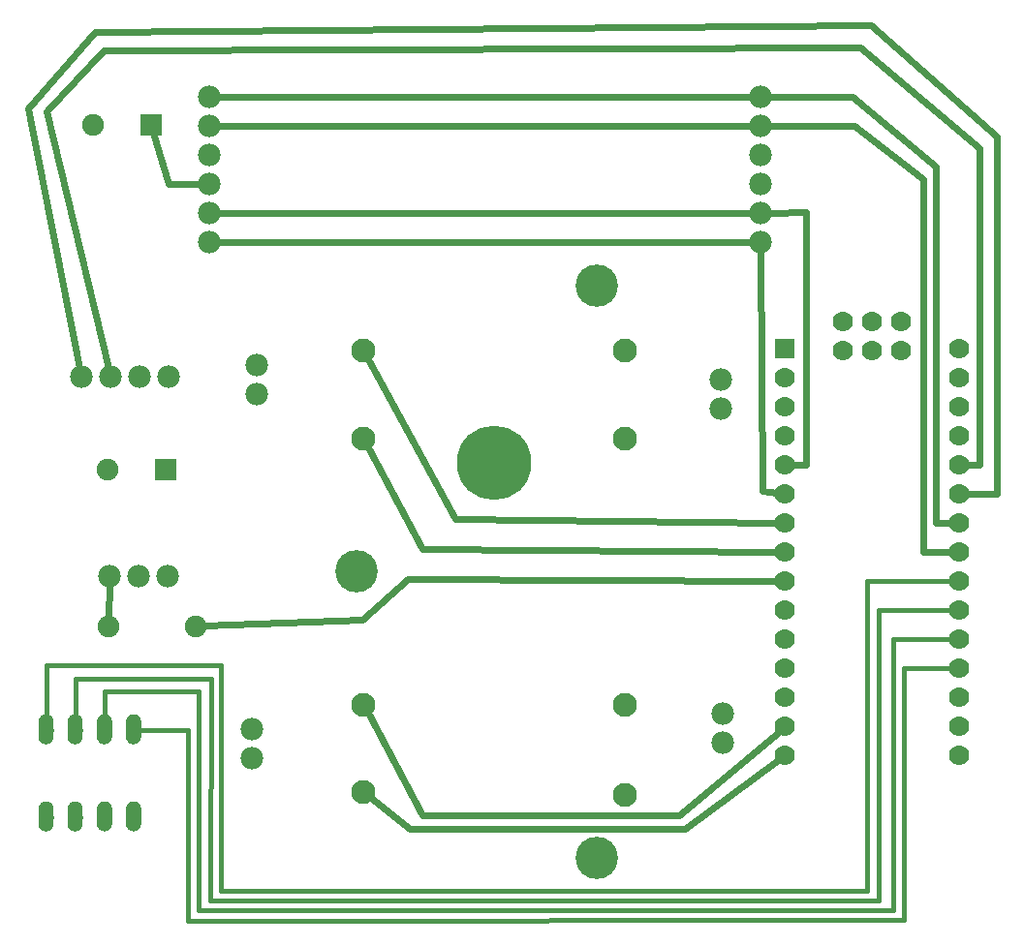
<source format=gtl>
G04 MADE WITH FRITZING*
G04 WWW.FRITZING.ORG*
G04 DOUBLE SIDED*
G04 HOLES PLATED*
G04 CONTOUR ON CENTER OF CONTOUR VECTOR*
%ASAXBY*%
%FSLAX23Y23*%
%MOIN*%
%OFA0B0*%
%SFA1.0B1.0*%
%ADD10C,0.052000*%
%ADD11C,0.075000*%
%ADD12C,0.082677*%
%ADD13C,0.255905*%
%ADD14C,0.145669*%
%ADD15C,0.070000*%
%ADD16C,0.078000*%
%ADD17R,0.069958X0.070000*%
%ADD18R,0.075000X0.075000*%
%ADD19C,0.024000*%
%ADD20C,0.016000*%
%ADD21R,0.001000X0.001000*%
%LNCOPPER1*%
G90*
G70*
G54D10*
X431Y415D03*
X531Y415D03*
X531Y715D03*
X431Y715D03*
X431Y415D03*
X531Y415D03*
X531Y715D03*
X431Y715D03*
X230Y415D03*
X330Y415D03*
X330Y715D03*
X230Y715D03*
X230Y415D03*
X330Y415D03*
X330Y715D03*
X230Y715D03*
G54D11*
X744Y1072D03*
X444Y1072D03*
G54D12*
X1322Y2020D03*
X1322Y1717D03*
X2222Y1717D03*
X2222Y2020D03*
X2222Y491D03*
X2222Y802D03*
X1322Y802D03*
X1322Y499D03*
G54D13*
X1772Y1633D03*
G54D14*
X2126Y2244D03*
X1299Y1259D03*
X2126Y275D03*
G54D12*
X1322Y2020D03*
X1322Y1717D03*
X2222Y1717D03*
X2222Y2020D03*
X2222Y491D03*
X2222Y802D03*
X1322Y802D03*
X1322Y499D03*
G54D13*
X1772Y1633D03*
G54D14*
X2126Y2244D03*
X1299Y1259D03*
X2126Y275D03*
G54D15*
X2772Y2027D03*
X2772Y1927D03*
X2772Y1827D03*
X2772Y1727D03*
X2772Y1627D03*
X2772Y1527D03*
X2772Y1427D03*
X2772Y1327D03*
X2772Y1227D03*
X2772Y1127D03*
X2772Y1027D03*
X2772Y927D03*
X2772Y827D03*
X2772Y727D03*
X2772Y627D03*
X3372Y2027D03*
X3372Y1927D03*
X3372Y1827D03*
X3372Y1727D03*
X3372Y1627D03*
X3372Y1527D03*
X3372Y1427D03*
X3372Y1327D03*
X3372Y1227D03*
X3372Y1127D03*
X3372Y1027D03*
X3372Y927D03*
X3372Y827D03*
X3372Y727D03*
X3372Y627D03*
X2972Y2122D03*
X2972Y2022D03*
X3072Y2122D03*
X3072Y2022D03*
X3172Y2122D03*
X3172Y2022D03*
G54D16*
X791Y2895D03*
X791Y2795D03*
X791Y2695D03*
X791Y2595D03*
X791Y2495D03*
X791Y2395D03*
X2689Y2895D03*
X2689Y2795D03*
X2689Y2695D03*
X2689Y2595D03*
X2689Y2495D03*
X2689Y2395D03*
X939Y617D03*
X939Y717D03*
X2559Y771D03*
X2559Y671D03*
X2552Y1919D03*
X2552Y1819D03*
X956Y1870D03*
X956Y1970D03*
X351Y1931D03*
X451Y1931D03*
X551Y1931D03*
X651Y1931D03*
X449Y1245D03*
X549Y1245D03*
X649Y1245D03*
G54D11*
X640Y1610D03*
X440Y1610D03*
X590Y2796D03*
X390Y2796D03*
G54D17*
X2772Y2027D03*
G54D18*
X640Y1610D03*
X590Y2796D03*
G54D19*
X652Y2593D02*
X598Y2769D01*
D02*
X761Y2595D02*
X652Y2593D01*
D02*
X3292Y1427D02*
X3292Y2655D01*
D02*
X3010Y2795D02*
X3247Y2609D01*
D02*
X3292Y2655D02*
X3005Y2895D01*
D02*
X3343Y1427D02*
X3292Y1427D01*
D02*
X3005Y2895D02*
X2719Y2895D01*
D02*
X3247Y1327D02*
X3343Y1327D01*
D02*
X3247Y2609D02*
X3247Y1327D01*
D02*
X2719Y2795D02*
X3010Y2795D01*
D02*
X2846Y2496D02*
X2719Y2495D01*
D02*
X2846Y1627D02*
X2846Y2495D01*
D02*
X2801Y1627D02*
X2846Y1627D01*
D02*
X448Y1215D02*
X445Y1101D01*
D02*
X2693Y1536D02*
X2743Y1530D01*
D02*
X2689Y2365D02*
X2693Y1536D01*
D02*
X3442Y1627D02*
X3442Y2716D01*
D02*
X3401Y1627D02*
X3442Y1627D01*
D02*
X3030Y3064D02*
X429Y3053D01*
D02*
X3500Y1527D02*
X3500Y2758D01*
D02*
X3500Y2758D02*
X3068Y3139D01*
D02*
X3442Y2716D02*
X3030Y3064D01*
D02*
X3068Y3139D02*
X399Y3118D01*
D02*
X429Y3053D02*
X232Y2844D01*
D02*
X399Y3118D02*
X167Y2855D01*
D02*
X3401Y1527D02*
X3500Y1527D01*
D02*
X2658Y2795D02*
X821Y2795D01*
D02*
X2658Y2895D02*
X821Y2895D01*
D02*
X821Y2395D02*
X2658Y2395D01*
D02*
X2658Y2495D02*
X821Y2495D01*
D02*
X1523Y421D02*
X2408Y421D01*
D02*
X2408Y421D02*
X2750Y708D01*
D02*
X1337Y773D02*
X1523Y421D01*
D02*
X1482Y375D02*
X2427Y375D01*
D02*
X2427Y375D02*
X2748Y610D01*
D02*
X1348Y479D02*
X1482Y375D01*
D02*
X1318Y1093D02*
X1474Y1234D01*
D02*
X1474Y1234D02*
X2743Y1227D01*
D02*
X773Y1073D02*
X1318Y1093D01*
G54D20*
D02*
X230Y937D02*
X832Y937D01*
D02*
X832Y937D02*
X832Y162D01*
D02*
X230Y737D02*
X230Y937D01*
D02*
X3054Y1227D02*
X3348Y1227D01*
D02*
X3054Y162D02*
X3054Y1227D01*
D02*
X798Y892D02*
X794Y128D01*
D02*
X330Y892D02*
X798Y892D01*
D02*
X794Y128D02*
X3095Y128D01*
D02*
X756Y94D02*
X3144Y94D01*
D02*
X832Y162D02*
X3054Y162D01*
D02*
X330Y737D02*
X330Y892D01*
D02*
X3095Y128D02*
X3095Y1127D01*
D02*
X3095Y1127D02*
X3348Y1127D01*
D02*
X616Y713D02*
X718Y715D01*
D02*
X718Y715D02*
X718Y56D01*
D02*
X756Y846D02*
X756Y94D01*
D02*
X431Y846D02*
X756Y846D01*
D02*
X431Y737D02*
X431Y846D01*
D02*
X3144Y1027D02*
X3348Y1027D01*
D02*
X3144Y94D02*
X3144Y1027D01*
D02*
X718Y56D02*
X3181Y60D01*
D02*
X553Y715D02*
X616Y713D01*
G54D19*
D02*
X232Y2844D02*
X444Y1960D01*
D02*
X167Y2855D02*
X345Y1960D01*
G54D20*
D02*
X3181Y927D02*
X3348Y927D01*
D02*
X3181Y60D02*
X3181Y927D01*
G54D19*
D02*
X1637Y1439D02*
X2743Y1427D01*
D02*
X1338Y1991D02*
X1637Y1439D01*
D02*
X1523Y1336D02*
X2743Y1327D01*
D02*
X1337Y1688D02*
X1523Y1336D01*
G54D21*
X225Y768D02*
X234Y768D01*
X325Y768D02*
X334Y768D01*
X426Y768D02*
X435Y768D01*
X526Y768D02*
X535Y768D01*
X221Y767D02*
X237Y767D01*
X321Y767D02*
X337Y767D01*
X422Y767D02*
X439Y767D01*
X522Y767D02*
X539Y767D01*
X219Y766D02*
X240Y766D01*
X319Y766D02*
X340Y766D01*
X420Y766D02*
X441Y766D01*
X520Y766D02*
X541Y766D01*
X217Y765D02*
X241Y765D01*
X317Y765D02*
X341Y765D01*
X418Y765D02*
X443Y765D01*
X518Y765D02*
X543Y765D01*
X215Y764D02*
X243Y764D01*
X315Y764D02*
X343Y764D01*
X416Y764D02*
X445Y764D01*
X516Y764D02*
X545Y764D01*
X214Y763D02*
X244Y763D01*
X314Y763D02*
X344Y763D01*
X415Y763D02*
X446Y763D01*
X515Y763D02*
X546Y763D01*
X213Y762D02*
X246Y762D01*
X313Y762D02*
X346Y762D01*
X414Y762D02*
X447Y762D01*
X514Y762D02*
X547Y762D01*
X211Y761D02*
X247Y761D01*
X311Y761D02*
X347Y761D01*
X413Y761D02*
X448Y761D01*
X513Y761D02*
X548Y761D01*
X211Y760D02*
X248Y760D01*
X311Y760D02*
X348Y760D01*
X412Y760D02*
X449Y760D01*
X512Y760D02*
X549Y760D01*
X210Y759D02*
X249Y759D01*
X310Y759D02*
X349Y759D01*
X411Y759D02*
X450Y759D01*
X511Y759D02*
X550Y759D01*
X209Y758D02*
X249Y758D01*
X309Y758D02*
X349Y758D01*
X410Y758D02*
X451Y758D01*
X510Y758D02*
X551Y758D01*
X208Y757D02*
X250Y757D01*
X308Y757D02*
X350Y757D01*
X409Y757D02*
X451Y757D01*
X509Y757D02*
X551Y757D01*
X208Y756D02*
X251Y756D01*
X308Y756D02*
X351Y756D01*
X409Y756D02*
X452Y756D01*
X509Y756D02*
X552Y756D01*
X207Y755D02*
X251Y755D01*
X307Y755D02*
X351Y755D01*
X408Y755D02*
X453Y755D01*
X508Y755D02*
X553Y755D01*
X206Y754D02*
X252Y754D01*
X306Y754D02*
X352Y754D01*
X408Y754D02*
X453Y754D01*
X508Y754D02*
X553Y754D01*
X206Y753D02*
X252Y753D01*
X306Y753D02*
X352Y753D01*
X407Y753D02*
X454Y753D01*
X507Y753D02*
X554Y753D01*
X205Y752D02*
X253Y752D01*
X305Y752D02*
X353Y752D01*
X407Y752D02*
X454Y752D01*
X507Y752D02*
X554Y752D01*
X205Y751D02*
X253Y751D01*
X305Y751D02*
X353Y751D01*
X406Y751D02*
X454Y751D01*
X506Y751D02*
X554Y751D01*
X205Y750D02*
X254Y750D01*
X305Y750D02*
X354Y750D01*
X406Y750D02*
X455Y750D01*
X506Y750D02*
X555Y750D01*
X204Y749D02*
X254Y749D01*
X304Y749D02*
X354Y749D01*
X406Y749D02*
X455Y749D01*
X506Y749D02*
X555Y749D01*
X204Y748D02*
X254Y748D01*
X304Y748D02*
X354Y748D01*
X406Y748D02*
X455Y748D01*
X506Y748D02*
X555Y748D01*
X204Y747D02*
X254Y747D01*
X304Y747D02*
X354Y747D01*
X405Y747D02*
X456Y747D01*
X505Y747D02*
X556Y747D01*
X204Y746D02*
X254Y746D01*
X304Y746D02*
X354Y746D01*
X405Y746D02*
X456Y746D01*
X505Y746D02*
X556Y746D01*
X204Y745D02*
X255Y745D01*
X304Y745D02*
X355Y745D01*
X405Y745D02*
X456Y745D01*
X505Y745D02*
X556Y745D01*
X204Y744D02*
X255Y744D01*
X304Y744D02*
X355Y744D01*
X405Y744D02*
X456Y744D01*
X505Y744D02*
X556Y744D01*
X204Y743D02*
X255Y743D01*
X304Y743D02*
X355Y743D01*
X405Y743D02*
X456Y743D01*
X505Y743D02*
X556Y743D01*
X204Y742D02*
X255Y742D01*
X304Y742D02*
X355Y742D01*
X405Y742D02*
X456Y742D01*
X505Y742D02*
X556Y742D01*
X204Y741D02*
X255Y741D01*
X304Y741D02*
X355Y741D01*
X405Y741D02*
X456Y741D01*
X505Y741D02*
X556Y741D01*
X204Y740D02*
X255Y740D01*
X304Y740D02*
X355Y740D01*
X405Y740D02*
X456Y740D01*
X505Y740D02*
X556Y740D01*
X204Y739D02*
X255Y739D01*
X304Y739D02*
X355Y739D01*
X405Y739D02*
X456Y739D01*
X505Y739D02*
X556Y739D01*
X204Y738D02*
X255Y738D01*
X304Y738D02*
X355Y738D01*
X405Y738D02*
X456Y738D01*
X505Y738D02*
X556Y738D01*
X204Y737D02*
X255Y737D01*
X304Y737D02*
X355Y737D01*
X405Y737D02*
X456Y737D01*
X505Y737D02*
X556Y737D01*
X204Y736D02*
X255Y736D01*
X304Y736D02*
X355Y736D01*
X405Y736D02*
X456Y736D01*
X505Y736D02*
X556Y736D01*
X204Y735D02*
X255Y735D01*
X304Y735D02*
X355Y735D01*
X405Y735D02*
X456Y735D01*
X505Y735D02*
X556Y735D01*
X204Y734D02*
X255Y734D01*
X304Y734D02*
X355Y734D01*
X405Y734D02*
X456Y734D01*
X505Y734D02*
X556Y734D01*
X204Y733D02*
X255Y733D01*
X304Y733D02*
X355Y733D01*
X405Y733D02*
X456Y733D01*
X505Y733D02*
X556Y733D01*
X204Y732D02*
X225Y732D01*
X233Y732D02*
X255Y732D01*
X304Y732D02*
X325Y732D01*
X333Y732D02*
X355Y732D01*
X405Y732D02*
X426Y732D01*
X435Y732D02*
X456Y732D01*
X505Y732D02*
X526Y732D01*
X535Y732D02*
X556Y732D01*
X204Y731D02*
X222Y731D01*
X236Y731D02*
X255Y731D01*
X304Y731D02*
X322Y731D01*
X336Y731D02*
X355Y731D01*
X405Y731D02*
X423Y731D01*
X438Y731D02*
X456Y731D01*
X505Y731D02*
X523Y731D01*
X538Y731D02*
X556Y731D01*
X204Y730D02*
X220Y730D01*
X238Y730D02*
X255Y730D01*
X304Y730D02*
X320Y730D01*
X338Y730D02*
X355Y730D01*
X405Y730D02*
X421Y730D01*
X439Y730D02*
X456Y730D01*
X505Y730D02*
X521Y730D01*
X539Y730D02*
X556Y730D01*
X204Y729D02*
X219Y729D01*
X240Y729D02*
X255Y729D01*
X304Y729D02*
X319Y729D01*
X340Y729D02*
X355Y729D01*
X405Y729D02*
X420Y729D01*
X441Y729D02*
X456Y729D01*
X505Y729D02*
X520Y729D01*
X541Y729D02*
X556Y729D01*
X204Y728D02*
X218Y728D01*
X241Y728D02*
X255Y728D01*
X304Y728D02*
X318Y728D01*
X341Y728D02*
X355Y728D01*
X405Y728D02*
X419Y728D01*
X442Y728D02*
X456Y728D01*
X505Y728D02*
X519Y728D01*
X542Y728D02*
X556Y728D01*
X204Y727D02*
X217Y727D01*
X242Y727D02*
X255Y727D01*
X304Y727D02*
X317Y727D01*
X342Y727D02*
X355Y727D01*
X405Y727D02*
X418Y727D01*
X443Y727D02*
X456Y727D01*
X505Y727D02*
X518Y727D01*
X543Y727D02*
X556Y727D01*
X204Y726D02*
X216Y726D01*
X242Y726D02*
X255Y726D01*
X304Y726D02*
X316Y726D01*
X342Y726D02*
X355Y726D01*
X405Y726D02*
X417Y726D01*
X444Y726D02*
X456Y726D01*
X505Y726D02*
X517Y726D01*
X544Y726D02*
X556Y726D01*
X204Y725D02*
X215Y725D01*
X243Y725D02*
X255Y725D01*
X304Y725D02*
X315Y725D01*
X343Y725D02*
X355Y725D01*
X405Y725D02*
X416Y725D01*
X444Y725D02*
X456Y725D01*
X505Y725D02*
X516Y725D01*
X544Y725D02*
X556Y725D01*
X204Y724D02*
X215Y724D01*
X244Y724D02*
X255Y724D01*
X304Y724D02*
X315Y724D01*
X344Y724D02*
X355Y724D01*
X405Y724D02*
X416Y724D01*
X445Y724D02*
X456Y724D01*
X505Y724D02*
X516Y724D01*
X545Y724D02*
X556Y724D01*
X204Y723D02*
X214Y723D01*
X244Y723D02*
X255Y723D01*
X304Y723D02*
X314Y723D01*
X344Y723D02*
X355Y723D01*
X405Y723D02*
X415Y723D01*
X446Y723D02*
X456Y723D01*
X505Y723D02*
X515Y723D01*
X546Y723D02*
X556Y723D01*
X204Y722D02*
X214Y722D01*
X245Y722D02*
X255Y722D01*
X304Y722D02*
X314Y722D01*
X345Y722D02*
X355Y722D01*
X405Y722D02*
X415Y722D01*
X446Y722D02*
X456Y722D01*
X505Y722D02*
X515Y722D01*
X546Y722D02*
X556Y722D01*
X204Y721D02*
X213Y721D01*
X245Y721D02*
X255Y721D01*
X304Y721D02*
X313Y721D01*
X345Y721D02*
X355Y721D01*
X405Y721D02*
X415Y721D01*
X446Y721D02*
X456Y721D01*
X505Y721D02*
X515Y721D01*
X546Y721D02*
X556Y721D01*
X204Y720D02*
X213Y720D01*
X245Y720D02*
X255Y720D01*
X304Y720D02*
X313Y720D01*
X345Y720D02*
X355Y720D01*
X405Y720D02*
X414Y720D01*
X447Y720D02*
X456Y720D01*
X505Y720D02*
X514Y720D01*
X547Y720D02*
X556Y720D01*
X204Y719D02*
X213Y719D01*
X245Y719D02*
X255Y719D01*
X304Y719D02*
X313Y719D01*
X345Y719D02*
X355Y719D01*
X405Y719D02*
X414Y719D01*
X447Y719D02*
X456Y719D01*
X505Y719D02*
X514Y719D01*
X547Y719D02*
X556Y719D01*
X204Y718D02*
X213Y718D01*
X245Y718D02*
X255Y718D01*
X304Y718D02*
X313Y718D01*
X345Y718D02*
X355Y718D01*
X405Y718D02*
X414Y718D01*
X447Y718D02*
X456Y718D01*
X505Y718D02*
X514Y718D01*
X547Y718D02*
X556Y718D01*
X204Y717D02*
X213Y717D01*
X246Y717D02*
X255Y717D01*
X304Y717D02*
X313Y717D01*
X346Y717D02*
X355Y717D01*
X405Y717D02*
X414Y717D01*
X447Y717D02*
X456Y717D01*
X505Y717D02*
X514Y717D01*
X547Y717D02*
X556Y717D01*
X204Y716D02*
X213Y716D01*
X246Y716D02*
X255Y716D01*
X304Y716D02*
X313Y716D01*
X346Y716D02*
X355Y716D01*
X405Y716D02*
X414Y716D01*
X447Y716D02*
X456Y716D01*
X505Y716D02*
X514Y716D01*
X547Y716D02*
X556Y716D01*
X204Y715D02*
X213Y715D01*
X245Y715D02*
X255Y715D01*
X304Y715D02*
X313Y715D01*
X345Y715D02*
X355Y715D01*
X405Y715D02*
X414Y715D01*
X447Y715D02*
X456Y715D01*
X505Y715D02*
X514Y715D01*
X547Y715D02*
X556Y715D01*
X204Y714D02*
X213Y714D01*
X245Y714D02*
X255Y714D01*
X304Y714D02*
X313Y714D01*
X345Y714D02*
X355Y714D01*
X405Y714D02*
X414Y714D01*
X447Y714D02*
X456Y714D01*
X505Y714D02*
X514Y714D01*
X547Y714D02*
X556Y714D01*
X204Y713D02*
X213Y713D01*
X245Y713D02*
X255Y713D01*
X304Y713D02*
X313Y713D01*
X345Y713D02*
X355Y713D01*
X405Y713D02*
X414Y713D01*
X447Y713D02*
X456Y713D01*
X505Y713D02*
X514Y713D01*
X547Y713D02*
X556Y713D01*
X204Y712D02*
X213Y712D01*
X245Y712D02*
X255Y712D01*
X304Y712D02*
X313Y712D01*
X345Y712D02*
X355Y712D01*
X405Y712D02*
X415Y712D01*
X446Y712D02*
X456Y712D01*
X505Y712D02*
X515Y712D01*
X546Y712D02*
X556Y712D01*
X204Y711D02*
X214Y711D01*
X245Y711D02*
X255Y711D01*
X304Y711D02*
X314Y711D01*
X345Y711D02*
X355Y711D01*
X405Y711D02*
X415Y711D01*
X446Y711D02*
X456Y711D01*
X505Y711D02*
X515Y711D01*
X546Y711D02*
X556Y711D01*
X204Y710D02*
X214Y710D01*
X244Y710D02*
X255Y710D01*
X304Y710D02*
X314Y710D01*
X344Y710D02*
X355Y710D01*
X405Y710D02*
X415Y710D01*
X446Y710D02*
X456Y710D01*
X505Y710D02*
X515Y710D01*
X546Y710D02*
X556Y710D01*
X204Y709D02*
X215Y709D01*
X244Y709D02*
X255Y709D01*
X304Y709D02*
X315Y709D01*
X344Y709D02*
X355Y709D01*
X405Y709D02*
X416Y709D01*
X445Y709D02*
X456Y709D01*
X505Y709D02*
X516Y709D01*
X545Y709D02*
X556Y709D01*
X204Y708D02*
X215Y708D01*
X243Y708D02*
X255Y708D01*
X304Y708D02*
X315Y708D01*
X343Y708D02*
X355Y708D01*
X405Y708D02*
X416Y708D01*
X444Y708D02*
X456Y708D01*
X505Y708D02*
X516Y708D01*
X544Y708D02*
X556Y708D01*
X204Y707D02*
X216Y707D01*
X242Y707D02*
X255Y707D01*
X304Y707D02*
X316Y707D01*
X342Y707D02*
X355Y707D01*
X405Y707D02*
X417Y707D01*
X444Y707D02*
X456Y707D01*
X505Y707D02*
X517Y707D01*
X544Y707D02*
X556Y707D01*
X204Y706D02*
X217Y706D01*
X242Y706D02*
X255Y706D01*
X304Y706D02*
X317Y706D01*
X342Y706D02*
X355Y706D01*
X405Y706D02*
X418Y706D01*
X443Y706D02*
X456Y706D01*
X505Y706D02*
X518Y706D01*
X543Y706D02*
X556Y706D01*
X204Y705D02*
X218Y705D01*
X241Y705D02*
X255Y705D01*
X304Y705D02*
X318Y705D01*
X341Y705D02*
X355Y705D01*
X405Y705D02*
X419Y705D01*
X442Y705D02*
X456Y705D01*
X505Y705D02*
X519Y705D01*
X542Y705D02*
X556Y705D01*
X204Y704D02*
X219Y704D01*
X239Y704D02*
X255Y704D01*
X304Y704D02*
X319Y704D01*
X339Y704D02*
X355Y704D01*
X405Y704D02*
X420Y704D01*
X441Y704D02*
X456Y704D01*
X505Y704D02*
X520Y704D01*
X541Y704D02*
X556Y704D01*
X204Y703D02*
X220Y703D01*
X238Y703D02*
X255Y703D01*
X304Y703D02*
X320Y703D01*
X338Y703D02*
X355Y703D01*
X405Y703D02*
X421Y703D01*
X439Y703D02*
X456Y703D01*
X505Y703D02*
X521Y703D01*
X539Y703D02*
X556Y703D01*
X204Y702D02*
X222Y702D01*
X236Y702D02*
X255Y702D01*
X304Y702D02*
X322Y702D01*
X336Y702D02*
X355Y702D01*
X405Y702D02*
X423Y702D01*
X438Y702D02*
X456Y702D01*
X505Y702D02*
X523Y702D01*
X538Y702D02*
X556Y702D01*
X204Y701D02*
X225Y701D01*
X233Y701D02*
X255Y701D01*
X304Y701D02*
X325Y701D01*
X333Y701D02*
X355Y701D01*
X405Y701D02*
X426Y701D01*
X435Y701D02*
X456Y701D01*
X505Y701D02*
X526Y701D01*
X535Y701D02*
X556Y701D01*
X204Y700D02*
X255Y700D01*
X304Y700D02*
X355Y700D01*
X405Y700D02*
X456Y700D01*
X505Y700D02*
X556Y700D01*
X204Y699D02*
X255Y699D01*
X304Y699D02*
X355Y699D01*
X405Y699D02*
X456Y699D01*
X505Y699D02*
X556Y699D01*
X204Y698D02*
X255Y698D01*
X304Y698D02*
X355Y698D01*
X405Y698D02*
X456Y698D01*
X505Y698D02*
X556Y698D01*
X204Y697D02*
X255Y697D01*
X304Y697D02*
X355Y697D01*
X405Y697D02*
X456Y697D01*
X505Y697D02*
X556Y697D01*
X204Y696D02*
X255Y696D01*
X304Y696D02*
X355Y696D01*
X405Y696D02*
X456Y696D01*
X505Y696D02*
X556Y696D01*
X204Y695D02*
X255Y695D01*
X304Y695D02*
X355Y695D01*
X405Y695D02*
X456Y695D01*
X505Y695D02*
X556Y695D01*
X204Y694D02*
X255Y694D01*
X304Y694D02*
X355Y694D01*
X405Y694D02*
X456Y694D01*
X505Y694D02*
X556Y694D01*
X204Y693D02*
X255Y693D01*
X304Y693D02*
X355Y693D01*
X405Y693D02*
X456Y693D01*
X505Y693D02*
X556Y693D01*
X204Y692D02*
X255Y692D01*
X304Y692D02*
X355Y692D01*
X405Y692D02*
X456Y692D01*
X505Y692D02*
X556Y692D01*
X204Y691D02*
X255Y691D01*
X304Y691D02*
X355Y691D01*
X405Y691D02*
X456Y691D01*
X505Y691D02*
X556Y691D01*
X204Y690D02*
X255Y690D01*
X304Y690D02*
X355Y690D01*
X405Y690D02*
X456Y690D01*
X505Y690D02*
X556Y690D01*
X204Y689D02*
X255Y689D01*
X304Y689D02*
X355Y689D01*
X405Y689D02*
X456Y689D01*
X505Y689D02*
X556Y689D01*
X204Y688D02*
X255Y688D01*
X304Y688D02*
X355Y688D01*
X405Y688D02*
X456Y688D01*
X505Y688D02*
X556Y688D01*
X204Y687D02*
X254Y687D01*
X304Y687D02*
X354Y687D01*
X405Y687D02*
X456Y687D01*
X505Y687D02*
X556Y687D01*
X204Y686D02*
X254Y686D01*
X304Y686D02*
X354Y686D01*
X405Y686D02*
X456Y686D01*
X505Y686D02*
X556Y686D01*
X204Y685D02*
X254Y685D01*
X304Y685D02*
X354Y685D01*
X406Y685D02*
X455Y685D01*
X506Y685D02*
X555Y685D01*
X204Y684D02*
X254Y684D01*
X304Y684D02*
X354Y684D01*
X406Y684D02*
X455Y684D01*
X506Y684D02*
X555Y684D01*
X205Y683D02*
X254Y683D01*
X305Y683D02*
X354Y683D01*
X406Y683D02*
X455Y683D01*
X506Y683D02*
X555Y683D01*
X205Y682D02*
X253Y682D01*
X305Y682D02*
X353Y682D01*
X406Y682D02*
X454Y682D01*
X506Y682D02*
X554Y682D01*
X205Y681D02*
X253Y681D01*
X305Y681D02*
X353Y681D01*
X407Y681D02*
X454Y681D01*
X507Y681D02*
X554Y681D01*
X206Y680D02*
X252Y680D01*
X306Y680D02*
X352Y680D01*
X407Y680D02*
X454Y680D01*
X507Y680D02*
X554Y680D01*
X206Y679D02*
X252Y679D01*
X306Y679D02*
X352Y679D01*
X408Y679D02*
X453Y679D01*
X508Y679D02*
X553Y679D01*
X207Y678D02*
X251Y678D01*
X307Y678D02*
X351Y678D01*
X408Y678D02*
X453Y678D01*
X508Y678D02*
X553Y678D01*
X208Y677D02*
X251Y677D01*
X308Y677D02*
X351Y677D01*
X409Y677D02*
X452Y677D01*
X509Y677D02*
X552Y677D01*
X208Y676D02*
X250Y676D01*
X308Y676D02*
X350Y676D01*
X409Y676D02*
X451Y676D01*
X509Y676D02*
X551Y676D01*
X209Y675D02*
X249Y675D01*
X309Y675D02*
X349Y675D01*
X410Y675D02*
X451Y675D01*
X510Y675D02*
X551Y675D01*
X210Y674D02*
X249Y674D01*
X310Y674D02*
X349Y674D01*
X411Y674D02*
X450Y674D01*
X511Y674D02*
X550Y674D01*
X211Y673D02*
X248Y673D01*
X311Y673D02*
X348Y673D01*
X412Y673D02*
X449Y673D01*
X512Y673D02*
X549Y673D01*
X211Y672D02*
X247Y672D01*
X311Y672D02*
X347Y672D01*
X413Y672D02*
X448Y672D01*
X513Y672D02*
X548Y672D01*
X213Y671D02*
X246Y671D01*
X313Y671D02*
X346Y671D01*
X414Y671D02*
X447Y671D01*
X514Y671D02*
X547Y671D01*
X214Y670D02*
X244Y670D01*
X314Y670D02*
X344Y670D01*
X415Y670D02*
X446Y670D01*
X515Y670D02*
X546Y670D01*
X215Y669D02*
X243Y669D01*
X315Y669D02*
X343Y669D01*
X416Y669D02*
X444Y669D01*
X516Y669D02*
X544Y669D01*
X217Y668D02*
X241Y668D01*
X317Y668D02*
X341Y668D01*
X418Y668D02*
X443Y668D01*
X518Y668D02*
X543Y668D01*
X219Y667D02*
X240Y667D01*
X319Y667D02*
X340Y667D01*
X420Y667D02*
X441Y667D01*
X520Y667D02*
X541Y667D01*
X221Y666D02*
X237Y666D01*
X321Y666D02*
X337Y666D01*
X422Y666D02*
X438Y666D01*
X522Y666D02*
X538Y666D01*
X225Y665D02*
X233Y665D01*
X325Y665D02*
X333Y665D01*
X426Y665D02*
X435Y665D01*
X526Y665D02*
X535Y665D01*
X224Y468D02*
X234Y468D01*
X324Y468D02*
X334Y468D01*
X426Y468D02*
X435Y468D01*
X526Y468D02*
X535Y468D01*
X221Y467D02*
X237Y467D01*
X321Y467D02*
X337Y467D01*
X422Y467D02*
X439Y467D01*
X522Y467D02*
X539Y467D01*
X219Y466D02*
X240Y466D01*
X319Y466D02*
X340Y466D01*
X420Y466D02*
X441Y466D01*
X520Y466D02*
X541Y466D01*
X217Y465D02*
X242Y465D01*
X317Y465D02*
X342Y465D01*
X418Y465D02*
X443Y465D01*
X518Y465D02*
X543Y465D01*
X215Y464D02*
X243Y464D01*
X315Y464D02*
X343Y464D01*
X416Y464D02*
X445Y464D01*
X516Y464D02*
X545Y464D01*
X214Y463D02*
X245Y463D01*
X314Y463D02*
X345Y463D01*
X415Y463D02*
X446Y463D01*
X515Y463D02*
X546Y463D01*
X213Y462D02*
X246Y462D01*
X312Y462D02*
X346Y462D01*
X414Y462D02*
X447Y462D01*
X514Y462D02*
X547Y462D01*
X211Y461D02*
X247Y461D01*
X311Y461D02*
X347Y461D01*
X413Y461D02*
X448Y461D01*
X513Y461D02*
X548Y461D01*
X210Y460D02*
X248Y460D01*
X310Y460D02*
X348Y460D01*
X412Y460D02*
X449Y460D01*
X512Y460D02*
X549Y460D01*
X210Y459D02*
X249Y459D01*
X310Y459D02*
X349Y459D01*
X411Y459D02*
X450Y459D01*
X511Y459D02*
X550Y459D01*
X209Y458D02*
X249Y458D01*
X309Y458D02*
X349Y458D01*
X410Y458D02*
X451Y458D01*
X510Y458D02*
X551Y458D01*
X208Y457D02*
X250Y457D01*
X308Y457D02*
X350Y457D01*
X409Y457D02*
X452Y457D01*
X509Y457D02*
X552Y457D01*
X207Y456D02*
X251Y456D01*
X307Y456D02*
X351Y456D01*
X409Y456D02*
X452Y456D01*
X509Y456D02*
X552Y456D01*
X207Y455D02*
X251Y455D01*
X307Y455D02*
X351Y455D01*
X408Y455D02*
X453Y455D01*
X508Y455D02*
X553Y455D01*
X206Y454D02*
X252Y454D01*
X306Y454D02*
X352Y454D01*
X408Y454D02*
X453Y454D01*
X508Y454D02*
X553Y454D01*
X206Y453D02*
X252Y453D01*
X306Y453D02*
X352Y453D01*
X407Y453D02*
X454Y453D01*
X507Y453D02*
X554Y453D01*
X205Y452D02*
X253Y452D01*
X305Y452D02*
X353Y452D01*
X407Y452D02*
X454Y452D01*
X507Y452D02*
X554Y452D01*
X205Y451D02*
X253Y451D01*
X305Y451D02*
X353Y451D01*
X406Y451D02*
X455Y451D01*
X506Y451D02*
X555Y451D01*
X205Y450D02*
X254Y450D01*
X305Y450D02*
X354Y450D01*
X406Y450D02*
X455Y450D01*
X506Y450D02*
X555Y450D01*
X204Y449D02*
X254Y449D01*
X304Y449D02*
X354Y449D01*
X406Y449D02*
X455Y449D01*
X506Y449D02*
X555Y449D01*
X204Y448D02*
X254Y448D01*
X304Y448D02*
X354Y448D01*
X406Y448D02*
X455Y448D01*
X506Y448D02*
X555Y448D01*
X204Y447D02*
X254Y447D01*
X304Y447D02*
X354Y447D01*
X405Y447D02*
X456Y447D01*
X505Y447D02*
X556Y447D01*
X204Y446D02*
X254Y446D01*
X304Y446D02*
X354Y446D01*
X405Y446D02*
X456Y446D01*
X505Y446D02*
X556Y446D01*
X204Y445D02*
X255Y445D01*
X304Y445D02*
X355Y445D01*
X405Y445D02*
X456Y445D01*
X505Y445D02*
X556Y445D01*
X204Y444D02*
X255Y444D01*
X304Y444D02*
X355Y444D01*
X405Y444D02*
X456Y444D01*
X505Y444D02*
X556Y444D01*
X204Y443D02*
X255Y443D01*
X304Y443D02*
X355Y443D01*
X405Y443D02*
X456Y443D01*
X505Y443D02*
X556Y443D01*
X204Y442D02*
X255Y442D01*
X304Y442D02*
X355Y442D01*
X405Y442D02*
X456Y442D01*
X505Y442D02*
X556Y442D01*
X204Y441D02*
X255Y441D01*
X304Y441D02*
X355Y441D01*
X405Y441D02*
X456Y441D01*
X505Y441D02*
X556Y441D01*
X204Y440D02*
X255Y440D01*
X304Y440D02*
X355Y440D01*
X405Y440D02*
X456Y440D01*
X505Y440D02*
X556Y440D01*
X204Y439D02*
X255Y439D01*
X304Y439D02*
X355Y439D01*
X405Y439D02*
X456Y439D01*
X505Y439D02*
X556Y439D01*
X204Y438D02*
X255Y438D01*
X304Y438D02*
X355Y438D01*
X405Y438D02*
X456Y438D01*
X505Y438D02*
X556Y438D01*
X204Y437D02*
X255Y437D01*
X304Y437D02*
X355Y437D01*
X405Y437D02*
X456Y437D01*
X505Y437D02*
X556Y437D01*
X204Y436D02*
X255Y436D01*
X304Y436D02*
X355Y436D01*
X405Y436D02*
X456Y436D01*
X505Y436D02*
X556Y436D01*
X204Y435D02*
X255Y435D01*
X304Y435D02*
X355Y435D01*
X405Y435D02*
X456Y435D01*
X505Y435D02*
X556Y435D01*
X204Y434D02*
X255Y434D01*
X304Y434D02*
X355Y434D01*
X405Y434D02*
X456Y434D01*
X505Y434D02*
X556Y434D01*
X204Y433D02*
X255Y433D01*
X304Y433D02*
X355Y433D01*
X405Y433D02*
X456Y433D01*
X505Y433D02*
X556Y433D01*
X204Y432D02*
X225Y432D01*
X234Y432D02*
X255Y432D01*
X304Y432D02*
X325Y432D01*
X334Y432D02*
X355Y432D01*
X405Y432D02*
X426Y432D01*
X435Y432D02*
X456Y432D01*
X505Y432D02*
X526Y432D01*
X535Y432D02*
X556Y432D01*
X204Y431D02*
X222Y431D01*
X236Y431D02*
X255Y431D01*
X304Y431D02*
X322Y431D01*
X336Y431D02*
X355Y431D01*
X405Y431D02*
X423Y431D01*
X438Y431D02*
X456Y431D01*
X505Y431D02*
X523Y431D01*
X538Y431D02*
X556Y431D01*
X204Y430D02*
X220Y430D01*
X238Y430D02*
X255Y430D01*
X304Y430D02*
X320Y430D01*
X338Y430D02*
X355Y430D01*
X405Y430D02*
X421Y430D01*
X440Y430D02*
X456Y430D01*
X505Y430D02*
X521Y430D01*
X540Y430D02*
X556Y430D01*
X204Y429D02*
X219Y429D01*
X240Y429D02*
X255Y429D01*
X304Y429D02*
X319Y429D01*
X340Y429D02*
X355Y429D01*
X405Y429D02*
X420Y429D01*
X441Y429D02*
X456Y429D01*
X505Y429D02*
X520Y429D01*
X541Y429D02*
X556Y429D01*
X204Y428D02*
X217Y428D01*
X241Y428D02*
X255Y428D01*
X304Y428D02*
X317Y428D01*
X341Y428D02*
X355Y428D01*
X405Y428D02*
X419Y428D01*
X442Y428D02*
X456Y428D01*
X505Y428D02*
X519Y428D01*
X542Y428D02*
X556Y428D01*
X204Y427D02*
X217Y427D01*
X242Y427D02*
X255Y427D01*
X304Y427D02*
X317Y427D01*
X342Y427D02*
X355Y427D01*
X405Y427D02*
X418Y427D01*
X443Y427D02*
X456Y427D01*
X505Y427D02*
X518Y427D01*
X543Y427D02*
X556Y427D01*
X204Y426D02*
X216Y426D01*
X243Y426D02*
X255Y426D01*
X304Y426D02*
X316Y426D01*
X343Y426D02*
X355Y426D01*
X405Y426D02*
X417Y426D01*
X444Y426D02*
X456Y426D01*
X505Y426D02*
X517Y426D01*
X544Y426D02*
X556Y426D01*
X204Y425D02*
X215Y425D01*
X243Y425D02*
X255Y425D01*
X304Y425D02*
X315Y425D01*
X343Y425D02*
X355Y425D01*
X405Y425D02*
X416Y425D01*
X444Y425D02*
X456Y425D01*
X505Y425D02*
X516Y425D01*
X544Y425D02*
X556Y425D01*
X204Y424D02*
X215Y424D01*
X244Y424D02*
X255Y424D01*
X304Y424D02*
X315Y424D01*
X344Y424D02*
X355Y424D01*
X405Y424D02*
X416Y424D01*
X445Y424D02*
X456Y424D01*
X505Y424D02*
X516Y424D01*
X545Y424D02*
X556Y424D01*
X204Y423D02*
X214Y423D01*
X244Y423D02*
X255Y423D01*
X304Y423D02*
X314Y423D01*
X344Y423D02*
X355Y423D01*
X405Y423D02*
X415Y423D01*
X446Y423D02*
X456Y423D01*
X505Y423D02*
X515Y423D01*
X546Y423D02*
X556Y423D01*
X204Y422D02*
X214Y422D01*
X245Y422D02*
X255Y422D01*
X304Y422D02*
X314Y422D01*
X345Y422D02*
X355Y422D01*
X405Y422D02*
X415Y422D01*
X446Y422D02*
X456Y422D01*
X505Y422D02*
X515Y422D01*
X546Y422D02*
X556Y422D01*
X204Y421D02*
X213Y421D01*
X245Y421D02*
X255Y421D01*
X304Y421D02*
X313Y421D01*
X345Y421D02*
X355Y421D01*
X405Y421D02*
X415Y421D01*
X446Y421D02*
X456Y421D01*
X505Y421D02*
X515Y421D01*
X546Y421D02*
X556Y421D01*
X204Y420D02*
X213Y420D01*
X245Y420D02*
X255Y420D01*
X304Y420D02*
X313Y420D01*
X345Y420D02*
X355Y420D01*
X405Y420D02*
X414Y420D01*
X447Y420D02*
X456Y420D01*
X505Y420D02*
X514Y420D01*
X547Y420D02*
X556Y420D01*
X204Y419D02*
X213Y419D01*
X245Y419D02*
X255Y419D01*
X304Y419D02*
X313Y419D01*
X345Y419D02*
X355Y419D01*
X405Y419D02*
X414Y419D01*
X447Y419D02*
X456Y419D01*
X505Y419D02*
X514Y419D01*
X547Y419D02*
X556Y419D01*
X204Y418D02*
X213Y418D01*
X245Y418D02*
X255Y418D01*
X304Y418D02*
X313Y418D01*
X345Y418D02*
X355Y418D01*
X405Y418D02*
X414Y418D01*
X447Y418D02*
X456Y418D01*
X505Y418D02*
X514Y418D01*
X547Y418D02*
X556Y418D01*
X204Y417D02*
X213Y417D01*
X246Y417D02*
X255Y417D01*
X304Y417D02*
X313Y417D01*
X346Y417D02*
X355Y417D01*
X405Y417D02*
X414Y417D01*
X447Y417D02*
X456Y417D01*
X505Y417D02*
X514Y417D01*
X547Y417D02*
X556Y417D01*
X204Y416D02*
X213Y416D01*
X246Y416D02*
X255Y416D01*
X304Y416D02*
X313Y416D01*
X346Y416D02*
X355Y416D01*
X405Y416D02*
X414Y416D01*
X447Y416D02*
X456Y416D01*
X505Y416D02*
X514Y416D01*
X547Y416D02*
X556Y416D01*
X204Y415D02*
X213Y415D01*
X245Y415D02*
X255Y415D01*
X304Y415D02*
X313Y415D01*
X345Y415D02*
X355Y415D01*
X405Y415D02*
X414Y415D01*
X447Y415D02*
X456Y415D01*
X505Y415D02*
X514Y415D01*
X547Y415D02*
X556Y415D01*
X204Y414D02*
X213Y414D01*
X245Y414D02*
X255Y414D01*
X304Y414D02*
X313Y414D01*
X345Y414D02*
X355Y414D01*
X405Y414D02*
X414Y414D01*
X447Y414D02*
X456Y414D01*
X505Y414D02*
X514Y414D01*
X547Y414D02*
X556Y414D01*
X204Y413D02*
X213Y413D01*
X245Y413D02*
X255Y413D01*
X304Y413D02*
X313Y413D01*
X345Y413D02*
X355Y413D01*
X405Y413D02*
X414Y413D01*
X446Y413D02*
X456Y413D01*
X505Y413D02*
X514Y413D01*
X546Y413D02*
X556Y413D01*
X204Y412D02*
X213Y412D01*
X245Y412D02*
X255Y412D01*
X304Y412D02*
X313Y412D01*
X345Y412D02*
X355Y412D01*
X405Y412D02*
X415Y412D01*
X446Y412D02*
X456Y412D01*
X505Y412D02*
X515Y412D01*
X546Y412D02*
X556Y412D01*
X204Y411D02*
X214Y411D01*
X245Y411D02*
X255Y411D01*
X304Y411D02*
X314Y411D01*
X345Y411D02*
X355Y411D01*
X405Y411D02*
X415Y411D01*
X446Y411D02*
X456Y411D01*
X505Y411D02*
X515Y411D01*
X546Y411D02*
X556Y411D01*
X204Y410D02*
X214Y410D01*
X244Y410D02*
X255Y410D01*
X304Y410D02*
X314Y410D01*
X344Y410D02*
X355Y410D01*
X405Y410D02*
X415Y410D01*
X445Y410D02*
X456Y410D01*
X505Y410D02*
X515Y410D01*
X545Y410D02*
X556Y410D01*
X204Y409D02*
X215Y409D01*
X244Y409D02*
X255Y409D01*
X304Y409D02*
X315Y409D01*
X344Y409D02*
X355Y409D01*
X405Y409D02*
X416Y409D01*
X445Y409D02*
X456Y409D01*
X505Y409D02*
X516Y409D01*
X545Y409D02*
X556Y409D01*
X204Y408D02*
X215Y408D01*
X243Y408D02*
X255Y408D01*
X304Y408D02*
X315Y408D01*
X343Y408D02*
X355Y408D01*
X405Y408D02*
X416Y408D01*
X444Y408D02*
X456Y408D01*
X505Y408D02*
X516Y408D01*
X544Y408D02*
X556Y408D01*
X204Y407D02*
X216Y407D01*
X242Y407D02*
X255Y407D01*
X304Y407D02*
X316Y407D01*
X342Y407D02*
X355Y407D01*
X405Y407D02*
X417Y407D01*
X444Y407D02*
X456Y407D01*
X505Y407D02*
X517Y407D01*
X544Y407D02*
X556Y407D01*
X204Y406D02*
X217Y406D01*
X242Y406D02*
X255Y406D01*
X304Y406D02*
X317Y406D01*
X342Y406D02*
X355Y406D01*
X405Y406D02*
X418Y406D01*
X443Y406D02*
X456Y406D01*
X505Y406D02*
X518Y406D01*
X543Y406D02*
X556Y406D01*
X204Y405D02*
X218Y405D01*
X241Y405D02*
X255Y405D01*
X304Y405D02*
X318Y405D01*
X341Y405D02*
X355Y405D01*
X405Y405D02*
X419Y405D01*
X442Y405D02*
X456Y405D01*
X505Y405D02*
X519Y405D01*
X542Y405D02*
X556Y405D01*
X204Y404D02*
X219Y404D01*
X239Y404D02*
X255Y404D01*
X304Y404D02*
X319Y404D01*
X339Y404D02*
X355Y404D01*
X405Y404D02*
X420Y404D01*
X441Y404D02*
X456Y404D01*
X505Y404D02*
X520Y404D01*
X541Y404D02*
X556Y404D01*
X204Y403D02*
X220Y403D01*
X238Y403D02*
X255Y403D01*
X304Y403D02*
X320Y403D01*
X338Y403D02*
X355Y403D01*
X405Y403D02*
X422Y403D01*
X439Y403D02*
X456Y403D01*
X505Y403D02*
X522Y403D01*
X539Y403D02*
X556Y403D01*
X204Y402D02*
X222Y402D01*
X236Y402D02*
X255Y402D01*
X304Y402D02*
X322Y402D01*
X336Y402D02*
X355Y402D01*
X405Y402D02*
X423Y402D01*
X437Y402D02*
X456Y402D01*
X505Y402D02*
X523Y402D01*
X537Y402D02*
X556Y402D01*
X204Y401D02*
X225Y401D01*
X233Y401D02*
X255Y401D01*
X304Y401D02*
X325Y401D01*
X333Y401D02*
X355Y401D01*
X405Y401D02*
X427Y401D01*
X434Y401D02*
X456Y401D01*
X505Y401D02*
X526Y401D01*
X534Y401D02*
X556Y401D01*
X204Y400D02*
X255Y400D01*
X304Y400D02*
X355Y400D01*
X405Y400D02*
X456Y400D01*
X505Y400D02*
X556Y400D01*
X204Y399D02*
X255Y399D01*
X304Y399D02*
X355Y399D01*
X405Y399D02*
X456Y399D01*
X505Y399D02*
X556Y399D01*
X204Y398D02*
X255Y398D01*
X304Y398D02*
X355Y398D01*
X405Y398D02*
X456Y398D01*
X505Y398D02*
X556Y398D01*
X204Y397D02*
X255Y397D01*
X304Y397D02*
X355Y397D01*
X405Y397D02*
X456Y397D01*
X505Y397D02*
X556Y397D01*
X204Y396D02*
X255Y396D01*
X304Y396D02*
X355Y396D01*
X405Y396D02*
X456Y396D01*
X505Y396D02*
X556Y396D01*
X204Y395D02*
X255Y395D01*
X304Y395D02*
X355Y395D01*
X405Y395D02*
X456Y395D01*
X505Y395D02*
X556Y395D01*
X204Y394D02*
X255Y394D01*
X304Y394D02*
X355Y394D01*
X405Y394D02*
X456Y394D01*
X505Y394D02*
X556Y394D01*
X204Y393D02*
X255Y393D01*
X304Y393D02*
X355Y393D01*
X405Y393D02*
X456Y393D01*
X505Y393D02*
X556Y393D01*
X204Y392D02*
X255Y392D01*
X304Y392D02*
X355Y392D01*
X405Y392D02*
X456Y392D01*
X505Y392D02*
X556Y392D01*
X204Y391D02*
X255Y391D01*
X304Y391D02*
X355Y391D01*
X405Y391D02*
X456Y391D01*
X505Y391D02*
X556Y391D01*
X204Y390D02*
X255Y390D01*
X304Y390D02*
X355Y390D01*
X405Y390D02*
X456Y390D01*
X505Y390D02*
X556Y390D01*
X204Y389D02*
X255Y389D01*
X304Y389D02*
X355Y389D01*
X405Y389D02*
X456Y389D01*
X505Y389D02*
X556Y389D01*
X204Y388D02*
X255Y388D01*
X304Y388D02*
X354Y388D01*
X405Y388D02*
X456Y388D01*
X505Y388D02*
X556Y388D01*
X204Y387D02*
X254Y387D01*
X304Y387D02*
X354Y387D01*
X405Y387D02*
X456Y387D01*
X505Y387D02*
X556Y387D01*
X204Y386D02*
X254Y386D01*
X304Y386D02*
X354Y386D01*
X405Y386D02*
X456Y386D01*
X505Y386D02*
X556Y386D01*
X204Y385D02*
X254Y385D01*
X304Y385D02*
X354Y385D01*
X406Y385D02*
X455Y385D01*
X506Y385D02*
X555Y385D01*
X205Y384D02*
X254Y384D01*
X305Y384D02*
X354Y384D01*
X406Y384D02*
X455Y384D01*
X506Y384D02*
X555Y384D01*
X205Y383D02*
X254Y383D01*
X305Y383D02*
X354Y383D01*
X406Y383D02*
X455Y383D01*
X506Y383D02*
X555Y383D01*
X205Y382D02*
X253Y382D01*
X305Y382D02*
X353Y382D01*
X406Y382D02*
X454Y382D01*
X506Y382D02*
X554Y382D01*
X205Y381D02*
X253Y381D01*
X305Y381D02*
X353Y381D01*
X407Y381D02*
X454Y381D01*
X507Y381D02*
X554Y381D01*
X206Y380D02*
X252Y380D01*
X306Y380D02*
X352Y380D01*
X407Y380D02*
X454Y380D01*
X507Y380D02*
X554Y380D01*
X206Y379D02*
X252Y379D01*
X306Y379D02*
X352Y379D01*
X408Y379D02*
X453Y379D01*
X508Y379D02*
X553Y379D01*
X207Y378D02*
X251Y378D01*
X307Y378D02*
X351Y378D01*
X408Y378D02*
X453Y378D01*
X508Y378D02*
X553Y378D01*
X208Y377D02*
X251Y377D01*
X308Y377D02*
X351Y377D01*
X409Y377D02*
X452Y377D01*
X509Y377D02*
X552Y377D01*
X208Y376D02*
X250Y376D01*
X308Y376D02*
X350Y376D01*
X409Y376D02*
X451Y376D01*
X509Y376D02*
X551Y376D01*
X209Y375D02*
X249Y375D01*
X309Y375D02*
X349Y375D01*
X410Y375D02*
X451Y375D01*
X510Y375D02*
X551Y375D01*
X210Y374D02*
X249Y374D01*
X310Y374D02*
X348Y374D01*
X411Y374D02*
X450Y374D01*
X511Y374D02*
X550Y374D01*
X211Y373D02*
X248Y373D01*
X311Y373D02*
X348Y373D01*
X412Y373D02*
X449Y373D01*
X512Y373D02*
X549Y373D01*
X212Y372D02*
X247Y372D01*
X312Y372D02*
X347Y372D01*
X413Y372D02*
X448Y372D01*
X513Y372D02*
X548Y372D01*
X213Y371D02*
X246Y371D01*
X313Y371D02*
X346Y371D01*
X414Y371D02*
X447Y371D01*
X514Y371D02*
X547Y371D01*
X214Y370D02*
X244Y370D01*
X314Y370D02*
X344Y370D01*
X415Y370D02*
X446Y370D01*
X515Y370D02*
X546Y370D01*
X215Y369D02*
X243Y369D01*
X315Y369D02*
X343Y369D01*
X417Y369D02*
X444Y369D01*
X517Y369D02*
X544Y369D01*
X217Y368D02*
X241Y368D01*
X317Y368D02*
X341Y368D01*
X418Y368D02*
X443Y368D01*
X518Y368D02*
X543Y368D01*
X219Y367D02*
X239Y367D01*
X319Y367D02*
X339Y367D01*
X420Y367D02*
X441Y367D01*
X520Y367D02*
X541Y367D01*
X221Y366D02*
X237Y366D01*
X321Y366D02*
X337Y366D01*
X423Y366D02*
X438Y366D01*
X523Y366D02*
X538Y366D01*
X225Y365D02*
X233Y365D01*
X325Y365D02*
X333Y365D01*
X427Y365D02*
X434Y365D01*
X527Y365D02*
X534Y365D01*
D02*
G04 End of Copper1*
M02*
</source>
